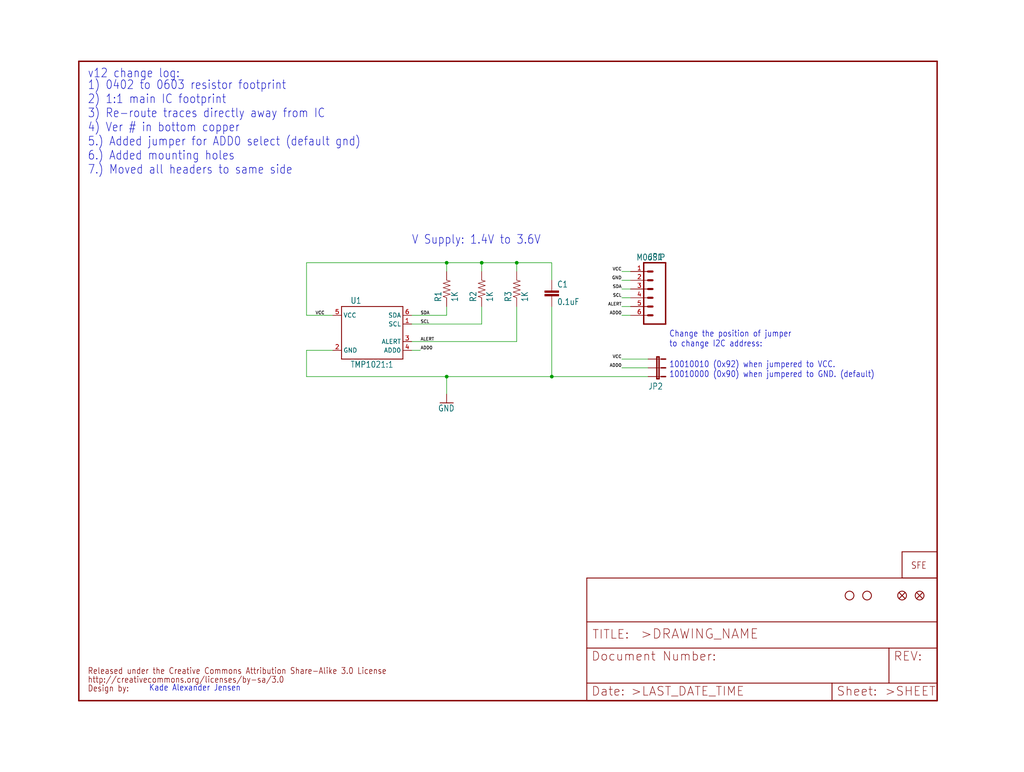
<source format=kicad_sch>
(kicad_sch (version 20211123) (generator eeschema)
  (paper "User" 297.002 223.926)
  (lib_symbols
    (symbol "eagleSchem-eagle-import:CAP0603-CAP"
      (property "Reference" "C" (at 1.524 2.921 0))
      (property "Value" "CAP0603-CAP" (at 1.524 -2.159 0))
      (symbol "CAP0603-CAP_1_0"
        (rectangle (start -2.032 0.508) (end 2.032 1.016) (fill (type outline)))
        (rectangle (start -2.032 1.524) (end 2.032 2.032) (fill (type outline)))
        (polyline (pts (xy 0 0) (xy 0 0.508)) (stroke (width 0.1524)))
        (polyline (pts (xy 0 2.54) (xy 0 2.032)) (stroke (width 0.1524)))
        (pin passive line (at 0 5.08 270) (length 2.54) (name "1") (number "1"))
        (pin passive line (at 0 -2.54 90) (length 2.54) (name "2") (number "2"))
      )
    )
    (symbol "eagleSchem-eagle-import:CREATIVE_COMMONS"
      (symbol "CREATIVE_COMMONS_1_0"
        (text "Design by:" (at 0 0 0) (effects (font (size 1.778 1.5113)) (justify left bottom)))
        (text "http://creativecommons.org/licenses/by-sa/3.0" (at 0 2.54 0) (effects (font (size 1.778 1.5113)) (justify left bottom)))
        (text "Released under the Creative Commons Attribution Share-Alike 3.0 License" (at 0 5.08 0) (effects (font (size 1.778 1.5113)) (justify left bottom)))
      )
    )
    (symbol "eagleSchem-eagle-import:FIDUCIAL1X2"
      (symbol "FIDUCIAL1X2_1_0"
        (polyline (pts (xy -0.762 0.762) (xy 0.762 -0.762)) (stroke (width 0.254)))
        (polyline (pts (xy 0.762 0.762) (xy -0.762 -0.762)) (stroke (width 0.254)))
        (circle (center 0 0) (radius 1.27) (stroke (width 0.254)))
      )
    )
    (symbol "eagleSchem-eagle-import:FRAME-LETTER"
      (symbol "FRAME-LETTER_1_0"
        (polyline (pts (xy 0 0) (xy 248.92 0)) (stroke (width 0.4064)))
        (polyline (pts (xy 0 185.42) (xy 0 0)) (stroke (width 0.4064)))
        (polyline (pts (xy 0 185.42) (xy 248.92 185.42)) (stroke (width 0.4064)))
        (polyline (pts (xy 248.92 185.42) (xy 248.92 0)) (stroke (width 0.4064)))
      )
      (symbol "FRAME-LETTER_2_0"
        (polyline (pts (xy 0 0) (xy 0 5.08)) (stroke (width 0.254)))
        (polyline (pts (xy 0 0) (xy 71.12 0)) (stroke (width 0.254)))
        (polyline (pts (xy 0 5.08) (xy 0 15.24)) (stroke (width 0.254)))
        (polyline (pts (xy 0 5.08) (xy 71.12 5.08)) (stroke (width 0.254)))
        (polyline (pts (xy 0 15.24) (xy 0 22.86)) (stroke (width 0.254)))
        (polyline (pts (xy 0 22.86) (xy 0 35.56)) (stroke (width 0.254)))
        (polyline (pts (xy 0 22.86) (xy 101.6 22.86)) (stroke (width 0.254)))
        (polyline (pts (xy 71.12 0) (xy 101.6 0)) (stroke (width 0.254)))
        (polyline (pts (xy 71.12 5.08) (xy 71.12 0)) (stroke (width 0.254)))
        (polyline (pts (xy 71.12 5.08) (xy 87.63 5.08)) (stroke (width 0.254)))
        (polyline (pts (xy 87.63 5.08) (xy 101.6 5.08)) (stroke (width 0.254)))
        (polyline (pts (xy 87.63 15.24) (xy 0 15.24)) (stroke (width 0.254)))
        (polyline (pts (xy 87.63 15.24) (xy 87.63 5.08)) (stroke (width 0.254)))
        (polyline (pts (xy 101.6 5.08) (xy 101.6 0)) (stroke (width 0.254)))
        (polyline (pts (xy 101.6 15.24) (xy 87.63 15.24)) (stroke (width 0.254)))
        (polyline (pts (xy 101.6 15.24) (xy 101.6 5.08)) (stroke (width 0.254)))
        (polyline (pts (xy 101.6 22.86) (xy 101.6 15.24)) (stroke (width 0.254)))
        (polyline (pts (xy 101.6 35.56) (xy 0 35.56)) (stroke (width 0.254)))
        (polyline (pts (xy 101.6 35.56) (xy 101.6 22.86)) (stroke (width 0.254)))
        (text ">DRAWING_NAME" (at 15.494 17.78 0) (effects (font (size 2.7432 2.7432)) (justify left bottom)))
        (text ">LAST_DATE_TIME" (at 12.7 1.27 0) (effects (font (size 2.54 2.54)) (justify left bottom)))
        (text ">SHEET" (at 86.36 1.27 0) (effects (font (size 2.54 2.54)) (justify left bottom)))
        (text "Date:" (at 1.27 1.27 0) (effects (font (size 2.54 2.54)) (justify left bottom)))
        (text "Document Number:" (at 1.27 11.43 0) (effects (font (size 2.54 2.54)) (justify left bottom)))
        (text "REV:" (at 88.9 11.43 0) (effects (font (size 2.54 2.54)) (justify left bottom)))
        (text "Sheet:" (at 72.39 1.27 0) (effects (font (size 2.54 2.54)) (justify left bottom)))
        (text "TITLE:" (at 1.524 17.78 0) (effects (font (size 2.54 2.54)) (justify left bottom)))
      )
    )
    (symbol "eagleSchem-eagle-import:GND" (power)
      (property "Value" "GND" (at -2.54 -2.54 0))
      (symbol "GND_1_0"
        (polyline (pts (xy -1.905 0) (xy 1.905 0)) (stroke (width 0.254)))
        (pin power_in line (at 0 2.54 270) (length 2.54) (name "GND") (number "1"))
      )
    )
    (symbol "eagleSchem-eagle-import:JUMPER-32-3"
      (property "Reference" "JP" (at -1.27 0 90))
      (property "Value" "JUMPER-32-3" (at 8.255 0 90))
      (symbol "JUMPER-32-3_1_0"
        (polyline (pts (xy -0.635 0) (xy 2.54 0)) (stroke (width 0.4064)))
        (polyline (pts (xy -0.635 0.635) (xy -0.635 0)) (stroke (width 0.4064)))
        (polyline (pts (xy 0 0) (xy 0 1.27)) (stroke (width 0.1524)))
        (polyline (pts (xy 0 2.54) (xy 0 1.27)) (stroke (width 0.4064)))
        (polyline (pts (xy 2.54 0) (xy 2.54 1.27)) (stroke (width 0.1524)))
        (polyline (pts (xy 2.54 0) (xy 5.08 0)) (stroke (width 0.4064)))
        (polyline (pts (xy 2.54 2.54) (xy 2.54 1.27)) (stroke (width 0.4064)))
        (polyline (pts (xy 5.08 0) (xy 5.08 1.27)) (stroke (width 0.1524)))
        (polyline (pts (xy 5.08 0) (xy 5.715 0)) (stroke (width 0.4064)))
        (polyline (pts (xy 5.08 2.54) (xy 5.08 1.27)) (stroke (width 0.4064)))
        (polyline (pts (xy 5.715 0) (xy 5.715 0.635)) (stroke (width 0.4064)))
        (polyline (pts (xy 5.715 0.635) (xy -0.635 0.635)) (stroke (width 0.4064)))
        (pin passive line (at 0 -2.54 90) (length 2.54) (name "1") (number "1"))
        (pin passive line (at 2.54 -2.54 90) (length 2.54) (name "2") (number "2"))
        (pin passive line (at 5.08 -2.54 90) (length 2.54) (name "3") (number "3"))
      )
    )
    (symbol "eagleSchem-eagle-import:LOGO-SFESK"
      (symbol "LOGO-SFESK_1_0"
        (polyline (pts (xy -2.54 -2.54) (xy 7.62 -2.54)) (stroke (width 0.254)))
        (polyline (pts (xy -2.54 5.08) (xy -2.54 -2.54)) (stroke (width 0.254)))
        (polyline (pts (xy 7.62 -2.54) (xy 7.62 5.08)) (stroke (width 0.254)))
        (polyline (pts (xy 7.62 5.08) (xy -2.54 5.08)) (stroke (width 0.254)))
        (text "SFE" (at 0 0 0) (effects (font (size 1.9304 1.6408)) (justify left bottom)))
      )
    )
    (symbol "eagleSchem-eagle-import:M06SIP"
      (property "Reference" "JP" (at -5.08 10.922 0))
      (property "Value" "M06SIP" (at -5.08 -10.16 0))
      (symbol "M06SIP_1_0"
        (polyline (pts (xy -5.08 10.16) (xy -5.08 -7.62)) (stroke (width 0.4064)))
        (polyline (pts (xy -5.08 10.16) (xy 1.27 10.16)) (stroke (width 0.4064)))
        (polyline (pts (xy -1.27 -5.08) (xy 0 -5.08)) (stroke (width 0.6096)))
        (polyline (pts (xy -1.27 -2.54) (xy 0 -2.54)) (stroke (width 0.6096)))
        (polyline (pts (xy -1.27 0) (xy 0 0)) (stroke (width 0.6096)))
        (polyline (pts (xy -1.27 2.54) (xy 0 2.54)) (stroke (width 0.6096)))
        (polyline (pts (xy -1.27 5.08) (xy 0 5.08)) (stroke (width 0.6096)))
        (polyline (pts (xy -1.27 7.62) (xy 0 7.62)) (stroke (width 0.6096)))
        (polyline (pts (xy 1.27 -7.62) (xy -5.08 -7.62)) (stroke (width 0.4064)))
        (polyline (pts (xy 1.27 -7.62) (xy 1.27 10.16)) (stroke (width 0.4064)))
        (pin passive line (at 5.08 -5.08 180) (length 5.08) (name "1") (number "1"))
        (pin passive line (at 5.08 -2.54 180) (length 5.08) (name "2") (number "2"))
        (pin passive line (at 5.08 0 180) (length 5.08) (name "3") (number "3"))
        (pin passive line (at 5.08 2.54 180) (length 5.08) (name "4") (number "4"))
        (pin passive line (at 5.08 5.08 180) (length 5.08) (name "5") (number "5"))
        (pin passive line (at 5.08 7.62 180) (length 5.08) (name "6") (number "6"))
      )
    )
    (symbol "eagleSchem-eagle-import:RESISTOR0603-RES"
      (property "Reference" "R" (at -3.81 1.4986 0))
      (property "Value" "RESISTOR0603-RES" (at -3.81 -3.302 0))
      (symbol "RESISTOR0603-RES_1_0"
        (polyline (pts (xy -2.54 0) (xy -2.159 1.016)) (stroke (width 0.1524)))
        (polyline (pts (xy -2.159 1.016) (xy -1.524 -1.016)) (stroke (width 0.1524)))
        (polyline (pts (xy -1.524 -1.016) (xy -0.889 1.016)) (stroke (width 0.1524)))
        (polyline (pts (xy -0.889 1.016) (xy -0.254 -1.016)) (stroke (width 0.1524)))
        (polyline (pts (xy -0.254 -1.016) (xy 0.381 1.016)) (stroke (width 0.1524)))
        (polyline (pts (xy 0.381 1.016) (xy 1.016 -1.016)) (stroke (width 0.1524)))
        (polyline (pts (xy 1.016 -1.016) (xy 1.651 1.016)) (stroke (width 0.1524)))
        (polyline (pts (xy 1.651 1.016) (xy 2.286 -1.016)) (stroke (width 0.1524)))
        (polyline (pts (xy 2.286 -1.016) (xy 2.54 0)) (stroke (width 0.1524)))
        (pin passive line (at -5.08 0 0) (length 2.54) (name "1") (number "1"))
        (pin passive line (at 5.08 0 180) (length 2.54) (name "2") (number "2"))
      )
    )
    (symbol "eagleSchem-eagle-import:STAND-OFFTIGHT"
      (symbol "STAND-OFFTIGHT_1_0"
        (circle (center 0 0) (radius 1.27) (stroke (width 0.254)))
      )
    )
    (symbol "eagleSchem-eagle-import:TMP1021{colon}1"
      (property "Reference" "U" (at -7.62 8.382 0))
      (property "Value" "TMP1021{colon}1" (at -7.62 -10.16 0))
      (symbol "TMP1021{colon}1_1_0"
        (polyline (pts (xy -10.16 -7.62) (xy 7.62 -7.62)) (stroke (width 0.254)))
        (polyline (pts (xy -10.16 7.62) (xy -10.16 -7.62)) (stroke (width 0.254)))
        (polyline (pts (xy 7.62 -7.62) (xy 7.62 7.62)) (stroke (width 0.254)))
        (polyline (pts (xy 7.62 7.62) (xy -10.16 7.62)) (stroke (width 0.254)))
        (pin bidirectional line (at 10.16 2.54 180) (length 2.54) (name "SCL") (number "1"))
        (pin bidirectional line (at -12.7 -5.08 0) (length 2.54) (name "GND") (number "2"))
        (pin bidirectional line (at 10.16 -2.54 180) (length 2.54) (name "ALERT") (number "3"))
        (pin bidirectional line (at 10.16 -5.08 180) (length 2.54) (name "ADD0") (number "4"))
        (pin bidirectional line (at -12.7 5.08 0) (length 2.54) (name "VCC") (number "5"))
        (pin bidirectional line (at 10.16 5.08 180) (length 2.54) (name "SDA") (number "6"))
      )
    )
  )
  (junction (at 129.54 76.2))
  (junction (at 160.02 109.22))
  (junction (at 129.54 109.22))
  (junction (at 139.7 76.2))
  (junction (at 149.86 76.2))
  (wire (pts (xy 149.86 99.06) (xy 149.86 88.9)))
  (wire (pts (xy 182.88 81.28) (xy 180.34 81.28)))
  (wire (pts (xy 139.7 93.98) (xy 139.7 88.9)))
  (wire (pts (xy 160.02 88.9) (xy 160.02 109.22)))
  (wire (pts (xy 129.54 109.22) (xy 129.54 114.3)))
  (wire (pts (xy 119.38 93.98) (xy 139.7 93.98)))
  (wire (pts (xy 88.9 109.22) (xy 129.54 109.22)))
  (wire (pts (xy 182.88 83.82) (xy 180.34 83.82)))
  (wire (pts (xy 182.88 78.74) (xy 180.34 78.74)))
  (wire (pts (xy 160.02 109.22) (xy 129.54 109.22)))
  (wire (pts (xy 119.38 101.6) (xy 121.92 101.6)))
  (wire (pts (xy 119.38 91.44) (xy 129.54 91.44)))
  (wire (pts (xy 149.86 78.74) (xy 149.86 76.2)))
  (wire (pts (xy 149.86 76.2) (xy 139.7 76.2)))
  (wire (pts (xy 182.88 86.36) (xy 180.34 86.36)))
  (wire (pts (xy 88.9 91.44) (xy 88.9 76.2)))
  (wire (pts (xy 119.38 99.06) (xy 149.86 99.06)))
  (wire (pts (xy 187.96 109.22) (xy 160.02 109.22)))
  (wire (pts (xy 129.54 76.2) (xy 88.9 76.2)))
  (wire (pts (xy 96.52 91.44) (xy 88.9 91.44)))
  (wire (pts (xy 129.54 91.44) (xy 129.54 88.9)))
  (wire (pts (xy 160.02 76.2) (xy 160.02 81.28)))
  (wire (pts (xy 129.54 78.74) (xy 129.54 76.2)))
  (wire (pts (xy 182.88 91.44) (xy 180.34 91.44)))
  (wire (pts (xy 96.52 101.6) (xy 88.9 101.6)))
  (wire (pts (xy 149.86 76.2) (xy 160.02 76.2)))
  (wire (pts (xy 139.7 76.2) (xy 129.54 76.2)))
  (wire (pts (xy 187.96 104.14) (xy 180.34 104.14)))
  (wire (pts (xy 187.96 106.68) (xy 180.34 106.68)))
  (wire (pts (xy 182.88 88.9) (xy 180.34 88.9)))
  (wire (pts (xy 139.7 78.74) (xy 139.7 76.2)))
  (wire (pts (xy 88.9 101.6) (xy 88.9 109.22)))
  (text "10010010 (0x92) when jumpered to VCC.\n10010000 (0x90) when jumpered to GND. (default)" (at 194.056 109.728 0) (effects (font (size 1.778 1.5113)) (justify left bottom)))
  (text "V Supply: 1.4V to 3.6V" (at 119.38 71.12 180) (effects (font (size 2.54 2.159)) (justify left bottom)))
  (text "v12 change log:" (at 25.4 22.86 180) (effects (font (size 2.54 2.159)) (justify left bottom)))
  (text "1) 0402 to 0603 resistor footprint\n2) 1:1 main IC footprint\n3) Re-route traces directly away from IC\n4) Ver # in bottom copper\n5.) Added jumper for ADD0 select (default gnd)\n6.) Added mounting holes\n7.) Moved all headers to same side" (at 25.4 50.8 0) (effects (font (size 2.54 2.159)) (justify left bottom)))
  (text "Kade Alexander Jensen" (at 43.18 200.66 180) (effects (font (size 1.778 1.5113)) (justify left bottom)))
  (text "Change the position of jumper\nto change I2C address:" (at 194.056 100.838 0) (effects (font (size 1.778 1.5113)) (justify left bottom)))
  (label "VCC" (at 180.34 104.14 180) (effects (font (size 0.889 0.889))))
  (label "ALERT" (at 121.92 99.06 0) (effects (font (size 0.889 0.889))))
  (label "SCL" (at 180.34 86.36 180) (effects (font (size 0.889 0.889))))
  (label "ADD0" (at 121.92 101.6 0) (effects (font (size 0.889 0.889))))
  (label "ALERT" (at 180.34 88.9 180) (effects (font (size 0.889 0.889))))
  (label "ADD0" (at 180.34 91.44 180) (effects (font (size 0.889 0.889))))
  (label "SDA" (at 121.92 91.44 0) (effects (font (size 0.889 0.889))))
  (label "SCL" (at 121.92 93.98 0) (effects (font (size 0.889 0.889))))
  (label "VCC" (at 91.44 91.44 0) (effects (font (size 0.889 0.889))))
  (label "VCC" (at 180.34 78.74 180) (effects (font (size 0.889 0.889))))
  (label "ADD0" (at 180.34 106.68 180) (effects (font (size 0.889 0.889))))
  (label "SDA" (at 180.34 83.82 180) (effects (font (size 0.889 0.889))))
  (label "GND" (at 180.34 81.28 180) (effects (font (size 0.889 0.889))))
  (symbol (lib_id "eagleSchem-eagle-import:RESISTOR0603-RES") (at 129.54 83.82 90) (unit 1)
    (property "Reference" "R1" (at 128.0414 87.63 0) (effects (font (size 1.778 1.5113)) (justify left bottom)))
    (property "Value" "1K" (at 132.842 87.63 0) (effects (font (size 1.778 1.5113)) (justify left bottom)))
    (property "Footprint" "eagleSchem:0603-RES" (effects hide))
  )
  (symbol (lib_id "eagleSchem-eagle-import:FRAME-LETTER") (at 22.86 203.2 0) (unit 1)
    (property "Reference" "#FRAME1" (effects hide))
    (property "Value" "FRAME-LETTER" (effects hide))
    (property "Footprint" "eagleSchem:" (effects hide))
  )
  (symbol (lib_id "eagleSchem-eagle-import:CAP0603-CAP") (at 160.02 86.36 0) (unit 1)
    (property "Reference" "C1" (at 161.544 83.439 0) (effects (font (size 1.778 1.5113)) (justify left bottom)))
    (property "Value" "0.1uF" (at 161.544 88.519 0) (effects (font (size 1.778 1.5113)) (justify left bottom)))
    (property "Footprint" "eagleSchem:0603-CAP" (effects hide))
  )
  (symbol (lib_id "eagleSchem-eagle-import:FRAME-LETTER") (at 170.18 203.2 0) (unit 2)
    (property "Reference" "#FRAME1" (effects hide))
    (property "Value" "FRAME-LETTER" (effects hide))
    (property "Footprint" "eagleSchem:" (effects hide))
  )
  (symbol (lib_id "eagleSchem-eagle-import:STAND-OFFTIGHT") (at 246.38 172.72 0) (unit 1)
    (property "Reference" "JP7" (effects hide))
    (property "Value" "STAND-OFFTIGHT" (effects hide))
    (property "Footprint" "eagleSchem:STAND-OFF-TIGHT" (effects hide))
  )
  (symbol (lib_id "eagleSchem-eagle-import:FIDUCIAL1X2") (at 266.7 172.72 0) (unit 1)
    (property "Reference" "JP4" (effects hide))
    (property "Value" "FIDUCIAL1X2" (effects hide))
    (property "Footprint" "eagleSchem:FIDUCIAL-1X2" (effects hide))
  )
  (symbol (lib_id "eagleSchem-eagle-import:LOGO-SFESK") (at 264.16 165.1 0) (unit 1)
    (property "Reference" "JP3" (effects hide))
    (property "Value" "LOGO-SFESK" (effects hide))
    (property "Footprint" "eagleSchem:SFE-LOGO-FLAME" (effects hide))
  )
  (symbol (lib_id "eagleSchem-eagle-import:TMP1021{colon}1") (at 109.22 96.52 0) (unit 1)
    (property "Reference" "U1" (at 101.6 88.138 0) (effects (font (size 1.778 1.5113)) (justify left bottom)))
    (property "Value" "TMP1021{colon}1" (at 101.6 106.68 0) (effects (font (size 1.778 1.5113)) (justify left bottom)))
    (property "Footprint" "eagleSchem:SOT563-2" (effects hide))
  )
  (symbol (lib_id "eagleSchem-eagle-import:FIDUCIAL1X2") (at 261.62 172.72 0) (unit 1)
    (property "Reference" "JP5" (effects hide))
    (property "Value" "FIDUCIAL1X2" (effects hide))
    (property "Footprint" "eagleSchem:FIDUCIAL-1X2" (effects hide))
  )
  (symbol (lib_id "eagleSchem-eagle-import:JUMPER-32-3") (at 190.5 104.14 270) (unit 1)
    (property "Reference" "JP2" (at 187.96 113.03 90) (effects (font (size 1.778 1.5113)) (justify left bottom)))
    (property "Value" "JUMPER-32-3" (effects hide))
    (property "Footprint" "eagleSchem:SJ_3_PASTE2&3" (effects hide))
  )
  (symbol (lib_id "eagleSchem-eagle-import:RESISTOR0603-RES") (at 149.86 83.82 90) (unit 1)
    (property "Reference" "R3" (at 148.3614 87.63 0) (effects (font (size 1.778 1.5113)) (justify left bottom)))
    (property "Value" "1K" (at 153.162 87.63 0) (effects (font (size 1.778 1.5113)) (justify left bottom)))
    (property "Footprint" "eagleSchem:0603-RES" (effects hide))
  )
  (symbol (lib_id "eagleSchem-eagle-import:CREATIVE_COMMONS") (at 25.4 200.66 0) (unit 1)
    (property "Reference" "U$2" (effects hide))
    (property "Value" "CREATIVE_COMMONS" (effects hide))
    (property "Footprint" "eagleSchem:CREATIVE_COMMONS" (effects hide))
  )
  (symbol (lib_id "eagleSchem-eagle-import:GND") (at 129.54 116.84 0) (unit 1)
    (property "Reference" "#GND2" (effects hide))
    (property "Value" "GND" (at 127 119.38 0) (effects (font (size 1.778 1.5113)) (justify left bottom)))
    (property "Footprint" "eagleSchem:" (effects hide))
  )
  (symbol (lib_id "eagleSchem-eagle-import:STAND-OFFTIGHT") (at 251.46 172.72 0) (unit 1)
    (property "Reference" "JP6" (effects hide))
    (property "Value" "STAND-OFFTIGHT" (effects hide))
    (property "Footprint" "eagleSchem:STAND-OFF-TIGHT" (effects hide))
  )
  (symbol (lib_id "eagleSchem-eagle-import:RESISTOR0603-RES") (at 139.7 83.82 90) (unit 1)
    (property "Reference" "R2" (at 138.2014 87.63 0) (effects (font (size 1.778 1.5113)) (justify left bottom)))
    (property "Value" "1K" (at 143.002 87.63 0) (effects (font (size 1.778 1.5113)) (justify left bottom)))
    (property "Footprint" "eagleSchem:0603-RES" (effects hide))
  )
  (symbol (lib_id "eagleSchem-eagle-import:M06SIP") (at 187.96 83.82 180) (unit 1)
    (property "Reference" "JP1" (at 187.96 75.438 0) (effects (font (size 1.778 1.5113)) (justify right top)))
    (property "Value" "M06SIP" (at 193.04 73.66 0) (effects (font (size 1.778 1.5113)) (justify left bottom)))
    (property "Footprint" "eagleSchem:1X06" (effects hide))
  )
)
</source>
